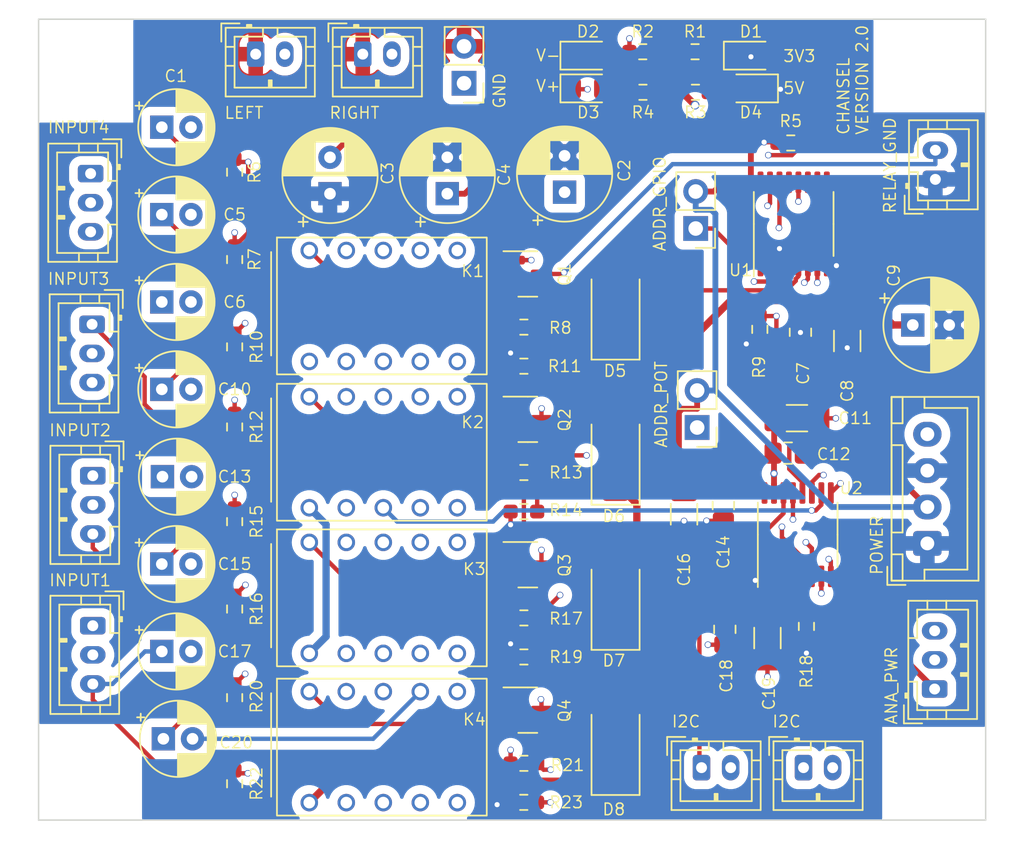
<source format=kicad_pcb>
(kicad_pcb (version 20221018) (generator pcbnew)
  (layers (0 "F.Cu" signal) (1 "In1.Cu" signal) (2 "In2.Cu" signal) (31 "B.Cu" signal) (34 "B.Paste" user) (35 "F.Paste" user) (36 "B.SilkS" user "B.Silkscreen") (37 "F.SilkS" user "F.Silkscreen") (38 "B.Mask" user) (39 "F.Mask" user) (44 "Edge.Cuts" user))
  (net 0 "")
  (net 1 "SCL")
  (net 2 "SDA")
  (net 3 "GND")
  (net 4 "AGND")
  (net 5 "Net-(J5-Pin_1)")
  (net 6 "Net-(J5-Pin_3)")
  (net 7 "Net-(J7-Pin_1)")
  (net 8 "Net-(J7-Pin_3)")
  (net 9 "RCA1_L")
  (net 10 "RCA1_R")
  (net 11 "RCA2_L")
  (net 12 "RCA2_R")
  (net 13 "RCA3_L")
  (net 14 "RCA4_L")
  (net 15 "RCA4_R")
  (net 16 "FR_AIN")
  (net 17 "FL_AIN")
  (net 18 "FR_AV")
  (net 19 "FL_AV")
  (net 20 "3V3")
  (net 21 "5V")
  (net 22 "Net-(D5-A)")
  (net 23 "Net-(Q1-B)")
  (net 24 "Net-(Q2-B)")
  (net 25 "Net-(Q3-B)")
  (net 26 "Net-(Q4-B)")
  (net 27 "RCA4")
  (net 28 "RCA3")
  (net 29 "RCA2")
  (net 30 "RCA1")
  (net 31 "Net-(D1-A)")
  (net 32 "Net-(D2-A)")
  (net 33 "Net-(D3-A)")
  (net 34 "Net-(D4-A)")
  (net 35 "Net-(D6-A)")
  (net 36 "Net-(J10-Pin_3)")
  (net 37 "Net-(J10-Pin_1)")
  (net 38 "Net-(J11-Pin_3)")
  (net 39 "Net-(J11-Pin_1)")
  (net 42 "RCA3_R")
  (net 45 "V-")
  (net 46 "V+")
  (net 47 "Net-(D7-A)")
  (net 48 "Net-(D8-A)")
  (net 49 "REL_GND")
  (net 50 "CE")
  (net 51 "A0")
  (net 52 "GND_OUT")
  (net 53 "A0_2")
  (footprint "Connector_PinHeader_2.54mm:PinHeader_1x02_P2.54mm_Vertical" (layer "F.Cu") (at 115.6364 65.565 180)
    (fp_text reference "J3" hide)
    (fp_text value "Conn_01x02_Male")
  )
  (footprint "Capacitor_THT:CP_Radial_D6.3mm_P2.50mm" (layer "F.Cu") (at 146.4364 82.165)
    (fp_text reference "C9")
    (fp_text value "470u")
  )
  (footprint "Resistor_SMD:R_0603_1608Metric_Pad0.98x0.95mm_HandSolder" (layer "F.Cu") (at 139.1364 102.865 -90)
    (fp_text reference "R18")
    (fp_text value "4.7K")
  )
  (footprint "Resistor_SMD:R_0603_1608Metric_Pad0.98x0.95mm_HandSolder" (layer "F.Cu") (at 99.8928 77.6708 -90)
    (fp_text reference "R7")
    (fp_text value "50k")
  )
  (footprint "Diode_SMD:D_SMA" (layer "F.Cu") (at 126.0364 90.9983 90)
    (fp_text reference "D6")
    (fp_text value "1N4001")
  )
  (footprint "Capacitor_SMD:C_1206_3216Metric_Pad1.33x1.80mm_HandSolder" (layer "F.Cu") (at 138.4864 88.565)
    (fp_text reference "C11")
    (fp_text value "47U")
  )
  (footprint "MountingHole:MountingHole_3.2mm_M3" (layer "F.Cu") (at 148.9364 113.665)
    (fp_text reference "H4" hide)
    (fp_text value "MountingHole")
  )
  (footprint "Diode_SMD:D_SMA" (layer "F.Cu") (at 126.0364 81.0317 90)
    (fp_text reference "D5")
    (fp_text value "1N4001")
  )
  (footprint "Capacitor_SMD:C_1206_3216Metric_Pad1.33x1.80mm_HandSolder" (layer "F.Cu") (at 136.4614 103.665 -90)
    (fp_text reference "C19")
    (fp_text value "47U")
  )
  (footprint "Resistor_SMD:R_0603_1608Metric_Pad0.98x0.95mm_HandSolder" (layer "F.Cu") (at 119.7439 84.9933)
    (fp_text reference "R11")
    (fp_text value "4.7K")
  )
  (footprint "LED_SMD:LED_0805_2012Metric_Pad1.15x1.40mm_HandSolder" (layer "F.Cu") (at 124.1114 63.665)
    (fp_text reference "D2")
    (fp_text value "BLUE")
  )
  (footprint "Resistor_SMD:R_0603_1608Metric_Pad0.98x0.95mm_HandSolder" (layer "F.Cu") (at 99.8928 101.6708 -90)
    (fp_text reference "R16")
    (fp_text value "50k")
  )
  (footprint "Diode_SMD:D_SMA" (layer "F.Cu") (at 126.0364 100.965 90)
    (fp_text reference "D7")
    (fp_text value "1N4001")
  )
  (footprint "Connector_JST:JST_PH_B3B-PH-K_1x03_P2.00mm_Vertical" (layer "F.Cu") (at 90.1064 82.1183 -90)
    (fp_text reference "J7" hide)
    (fp_text value "Conn_01x03_Pin")
  )
  (footprint "Resistor_SMD:R_0603_1608Metric_Pad0.98x0.95mm_HandSolder" (layer "F.Cu") (at 119.7364 114.9483)
    (fp_text reference "R23")
    (fp_text value "4.7K")
  )
  (footprint "Resistor_SMD:R_0603_1608Metric_Pad0.98x0.95mm_HandSolder" (layer "F.Cu") (at 138.0614 69.665 180)
    (fp_text reference "R5")
    (fp_text value "4.7K")
  )
  (footprint "Resistor_SMD:R_0603_1608Metric_Pad0.98x0.95mm_HandSolder" (layer "F.Cu") (at 119.7439 82.3117 180)
    (fp_text reference "R8")
    (fp_text value "1K")
  )
  (footprint "Components:KEMET EA2" (layer "F.Cu") (at 110.0964 100.905)
    (fp_text reference "K3")
    (fp_text value "EA2-5NU")
  )
  (footprint "Resistor_SMD:R_0603_1608Metric_Pad0.98x0.95mm_HandSolder" (layer "F.Cu") (at 99.8928 95.6708 -90)
    (fp_text reference "R15")
    (fp_text value "50k")
  )
  (footprint "Resistor_SMD:R_0603_1608Metric_Pad0.98x0.95mm_HandSolder" (layer "F.Cu") (at 119.7439 92.2967 180)
    (fp_text reference "R13")
    (fp_text value "1K")
  )
  (footprint "Resistor_SMD:R_0603_1608Metric_Pad0.98x0.95mm_HandSolder" (layer "F.Cu") (at 127.9022 63.4)
    (fp_text reference "R2")
    (fp_text value "1k")
  )
  (footprint "LED_SMD:LED_0805_2012Metric_Pad1.15x1.40mm_HandSolder" (layer "F.Cu") (at 135.3289 63.665)
    (fp_text reference "D1")
    (fp_text value "YELLOW")
  )
  (footprint "Resistor_SMD:R_0603_1608Metric_Pad0.98x0.95mm_HandSolder" (layer "F.Cu") (at 131.5197 66.1829)
    (fp_text reference "R3")
    (fp_text value "670R")
  )
  (footprint "Capacitor_THT:CP_Radial_D5.0mm_P2.00mm" (layer "F.Cu") (at 94.8928 86.5833)
    (fp_text reference "C10")
    (fp_text value "10u")
  )
  (footprint "Package_SO:TSSOP-16_4.4x5mm_P0.65mm" (layer "F.Cu") (at 138.2614 75.2275 90)
    (fp_text reference "U1")
    (fp_text value "TCA9554PW")
  )
  (footprint "MountingHole:MountingHole_3.2mm_M3" (layer "F.Cu") (at 88.9364 63.665)
    (fp_text reference "H1" hide)
    (fp_text value "MountingHole")
  )
  (footprint "Resistor_SMD:R_0603_1608Metric_Pad0.98x0.95mm_HandSolder" (layer "F.Cu") (at 119.7439 104.9633)
    (fp_text reference "R19")
    (fp_text value "4.7K")
  )
  (footprint "Resistor_SMD:R_0603_1608Metric_Pad0.98x0.95mm_HandSolder" (layer "F.Cu") (at 99.8928 83.6708 -90)
    (fp_text reference "R10")
    (fp_text value "50k")
  )
  (footprint "Connector_JST:JST_XH_B4B-XH-A_1x04_P2.50mm_Vertical" (layer "F.Cu") (at 147.4364 97.165 90)
    (fp_text reference "J9" hide)
    (fp_text value "Conn_01x04_Pin")
  )
  (footprint "Resistor_SMD:R_0603_1608Metric_Pad0.98x0.95mm_HandSolder" (layer "F.Cu") (at 99.8928 89.1708 -90)
    (fp_text reference "R12")
    (fp_text value "50k")
  )
  (footprint "Package_TO_SOT_SMD:SOT-23" (layer "F.Cu") (at 120.0139 88.645)
    (fp_text reference "Q2")
    (fp_text value "BC859")
  )
  (footprint "Connector_JST:JST_PH_B3B-PH-K_1x03_P2.00mm_Vertical" (layer "F.Cu") (at 90.1564 92.5183 -90)
    (fp_text reference "J10" hide)
    (fp_text value "Conn_01x03_Pin")
  )
  (footprint "Connector_JST:JST_PH_B2B-PH-K_1x02_P2.00mm_Vertical" (layer "F.Cu") (at 147.9864 72.165 90)
    (fp_text reference "J4" hide)
    (fp_text value "Conn_01x02_Pin")
  )
  (footprint "Capacitor_THT:CP_Radial_D5.0mm_P2.00mm" (layer "F.Cu") (at 94.8928 80.5833)
    (fp_text reference "C6")
    (fp_text value "10u")
  )
  (footprint "Connector_JST:JST_PH_B3B-PH-K_1x03_P2.00mm_Vertical" (layer "F.Cu") (at 90.1564 102.8183 -90)
    (fp_text reference "J11" hide)
    (fp_text value "Conn_01x03_Pin")
  )
  (footprint "LED_SMD:LED_0805_2012Metric_Pad1.15x1.40mm_HandSolder" (layer "F.Cu") (at 124.1114 65.9179)
    (fp_text reference "D3")
    (fp_text value "YELLOW")
  )
  (footprint "LED_SMD:LED_0805_2012Metric_Pad1.15x1.40mm_HandSolder" (layer "F.Cu") (at 135.3239 65.9179 180)
    (fp_text reference "D4")
    (fp_text value "BLUE")
  )
  (footprint "Capacitor_THT:CP_Radial_D5.0mm_P2.00mm" (layer "F.Cu") (at 94.8928 104.5833)
    (fp_text reference "C17")
    (fp_text value "10u")
  )
  (footprint "Capacitor_THT:CP_Radial_D6.3mm_P2.50mm" (layer "F.Cu") (at 122.5364 73.0474 90)
    (fp_text reference "C2")
    (fp_text value "470u")
  )
  (footprint "Resistor_SMD:R_0603_1608Metric_Pad0.98x0.95mm_HandSolder" (layer "F.Cu") (at 131.4931 63.4)
    (fp_text reference "R1")
    (fp_text value "430R")
  )
  (footprint "Capacitor_SMD:C_1206_3216Metric_Pad1.33x1.80mm_HandSolder" (layer "F.Cu") (at 130.7364 95.165 -90)
    (fp_text reference "C16")
    (fp_text value "10U")
  )
  (footprint "Connector_PinHeader_2.54mm:PinHeader_1x02_P2.54mm_Vertical" (layer "F.Cu") (at 131.6364 89.205 180)
    (fp_text reference "J8" hide)
    (fp_text value "Conn_01x02_Pin")
  )
  (footprint "Resistor_SMD:R_0603_1608Metric_Pad0.98x0.95mm_HandSolder" (layer "F.Cu") (at 99.8928 107.7583 -90)
    (fp_text reference "R20")
    (fp_text value "50k")
  )
  (footprint "Capacitor_THT:CP_Radial_D5.0mm_P2.00mm" (layer "F.Cu") (at 94.9377 92.5833)
    (fp_text reference "C13")
    (fp_text value "10u")
  )
  (footprint "Package_SO:TSSOP-16_4.4x5mm_P0.65mm" (layer "F.Cu") (at 138.5364 96.565 90)
    (fp_text reference "U2")
    (fp_text value "DS1882E")
  )
  (footprint "Package_TO_SOT_SMD:SOT-23" (layer "F.Cu") (at 120.0139 98.63)
    (fp_text reference "Q3")
    (fp_text value "BC859")
  )
  (footprint "Capacitor_SMD:C_0805_2012Metric_Pad1.18x1.45mm_HandSolder" (layer "F.Cu") (at 137.8864 90.965)
    (fp_text reference "C12")
    (fp_text value "0.1U")
  )
  (footprint "Components:KEMET EA2" (layer "F.Cu") (at 110.0964 111.155)
    (fp_text reference "K4")
    (fp_text value "EA2-5NU")
  )
  (footprint "Package_TO_SOT_SMD:SOT-23" (layer "F.Cu") (at 120.0139 108.615)
    (fp_text reference "Q4")
    (fp_text value "BC859")
  )
  (footprint "Capacitor_THT:CP_Radial_D5.0mm_P2.00mm" (layer "F.Cu") (at 95.0013 110.5833)
    (fp_text reference "C20")
    (fp_text value "10u")
  )
  (footprint "Capacitor_THT:CP_Radial_D5.0mm_P2.00mm" (layer "F.Cu") (at 94.8928 68.5833)
    (fp_text reference "C1")
    (fp_text value "10u")
  )
  (footprint "Resistor_SMD:R_0603_1608Metric_Pad0.98x0.95mm_HandSolder" (layer "F.Cu") (at 99.8928 113.6708 -90)
    (fp_text reference "R22")
    (fp_text value "50k")
  )
  (footprint "Capacitor_SMD:C_1206_3216Metric_Pad1.33x1.80mm_HandSolder" (layer "F.Cu") (at 141.9364 83.265 -90)
    (fp_text reference "C8")
    (fp_text value "10U")
  )
  (footprint "Capacitor_SMD:C_0805_2012Metric_Pad1.18x1.45mm_HandSolder" (layer "F.Cu") (at 133.5364 103.065 -90)
    (fp_text reference "C18")
    (fp_text value "0.1U")
  )
  (footprint "Resistor_SMD:R_0603_1608Metric_Pad0.98x0.95mm_HandSolder" (layer "F.Cu") (at 119.7439 94.9783)
    (fp_text reference "R14")
    (fp_text value "4.7K")
  )
  (footprint "Components:KEMET EA2" (layer "F.Cu") (at 110.0964 90.905)
    (fp_text reference "K2")
    (fp_text value "EA2-5NU")
  )
  (footprint "Capacitor_SMD:C_0805_2012Metric_Pad1.18x1.45mm_HandSolder" (layer "F.Cu") (at 133.4364 94.565 -90)
    (fp_text reference "C14")
    (fp_text value "0.1U")
  )
  (footprint "Connector_PinHeader_2.54mm:PinHeader_1x02_P2.54mm_Vertical" (layer "F.Cu") (at 131.5364 75.54 180)
    (fp_text reference "J6" hide)
    (fp_text value "Conn_01x02_Pin")
  )
  (footprint "Connector_JST:JST_PH_B2B-PH-K_1x02_P2.00mm_Vertical" (layer "F.Cu") (at 138.9364 112.565)
    (fp_text reference "J14" hide)
    (fp_text value "Conn_01x02_Male")
  )
  (footprint "Connector_JST:JST_PH_B2B-PH-K_1x02_P2.00mm_Vertical" (layer "F.Cu") (at 108.6864 63.565)
    (fp_text reference "J2" hide)
    (fp_text value "Conn_01x02_Pin")
  )
  (footprint "MountingHole:MountingHole_3.2mm_M3" (layer "F.Cu") (at 88.9364 113.665)
    (fp_text reference "H3" hide)
    (fp_text value "MountingHole")
  )
  (footprint "Resistor_SMD:R_0603_1608Metric_Pad0.98x0.95mm_HandSolder" (layer "F.Cu") (at 127.9156 66.1829)
    (fp_text reference "R4")
    (fp_text value "1.25k")
  )
  (footprint "MountingHole:MountingHole_3.2mm_M3" (layer "F.Cu") (at 148.9364 63.665)
    (fp_text reference "H2" hide)
    (fp_text value "MountingHole")
  )
  (footprint "Connector_JST:JST_PH_B2B-PH-K_1x02_P2.00mm_Vertical" (layer "F.Cu") (at 101.3364 63.565)
    (fp_text reference "J1" hide)
    (fp_text value "Conn_01x02_Pin")
  )
  (footprint "Resistor_SMD:R_0603_1608Metric_Pad0.98x0.95mm_HandSolder" (layer "F.Cu") (at 135.9364 82.465 90)
    (fp_text reference "R9")
    (fp_text value "4.7K")
  )
  (footprint "Connector_JST:JST_PH_B2B-PH-K_1x02_P2.00mm_Vertical" (layer "F.Cu") (at 131.9364 112.565)
    (fp_text reference "J13" hide)
    (fp_text value "Conn_01x02_Male")
  )
  (footprint "Capacitor_SMD:C_0805_2012Metric_Pad1.18x1.45mm_HandSolder" (layer "F.Cu") (at 138.7264 82.665 -90)
    (fp_text reference "C7")
    (fp_text value "0.1U")
  )
  (footprint "Components:KEMET EA2" (layer "F.Cu") (at 110.0964 80.8583)
    (fp_text reference "K1")
    (fp_text value "EA2-5NU")
  )
  (footprint "Capacitor_THT:CP_Radial_D6.3mm_P2.50mm" (layer "F.Cu") (at 106.4364 73.1507 90)
    (fp_text reference "C3")
    (fp_text value "470u")
  )
  (footprint "Capacitor_THT:CP_Radial_D6.3mm_P2.50mm" (layer "F.Cu") (at 114.4864 73.1507 90)
    (fp_text reference "C4")
    (fp_text value "470u")
  )
  (footprint "Resistor_SMD:R_0603_1608Metric_Pad0.98x0.95mm_HandSolder" (layer "F.Cu") (at 99.8928 71.6708 -90)
    (fp_text reference "R6")
    (fp_text value "50k")
  )
  (footprint "Package_TO_SOT_SMD:SOT-23" (layer "F.Cu") (at 120.0139 78.66)
    (fp_text reference "Q1")
    (fp_text value "BC859")
  )
  (footprint "Resistor_SMD:R_0603_1608Metric_Pad0.98x0.95mm_HandSolder" (layer "F.Cu") (at 119.7439 102.2816 180)
    (fp_text reference "R17")
    (fp_text value "1K")
  )
  (footprint "Connector_JST:JST_PH_B3B-PH-K_1x03_P2.00mm_Vertical" (layer "F.Cu") (at 147.9364 107.165 90)
    (fp_text reference "J12" hide)
    (fp_text value "Conn_01x03_Male")
  )
  (footprint "Capacitor_THT:CP_Radial_D5.0mm_P2.00mm" (layer "F.Cu") (at 94.8928 98.5833)
    (fp_text reference "C15")
    (fp_text value "10u")
  )
  (footprint "Capacitor_THT:CP_Radial_D5.0mm_P2.00mm" (layer "F.Cu") (at 94.8928 74.5833)
    (fp_text reference "C5")
    (fp_text value "10u")
  )
  (footprint "Diode_SMD:D_SMA" (layer "F.Cu") (at 126.0364 110.9317 90)
    (fp_text reference "D8")
    (fp_text value "1N4001")
  )
  (footprint "Resistor_SMD:R_0603_1608Metric_Pad0.98x0.95mm_HandSolder" (layer "F.Cu") (at 119.7439 112.2666 180)
    (fp_text reference "R21")
    (fp_text value "1K")
  )
  (footprint "Connector_JST:JST_PH_B3B-PH-K_1x03_P2.00mm_Vertical" (layer "F.Cu") (at 90.0064 71.7683 -90)
    (fp_text reference "J5" hide)
    (fp_text value "Conn_01x03_Pin")
  )
  (gr_line (start 86.4364 61.165) (end 151.4364 61.165) (stroke (width 0.1)) (layer "Edge.Cuts"))
  (gr_line (start 86.4364 61.165) (end 86.4364 116.165) (stroke (width 0.1)) (layer "Edge.Cuts"))
  (gr_line (start 151.4364 116.165) (end 86.4364 116.165) (stroke (width 0.1)) (layer "Edge.Cuts"))
  (gr_line (start 151.4364 61.165) (end 151.4364 116.165) (stroke (width 0.1)) (layer "Edge.Cuts"))
  (gr_text "POWER" (at 144.4364 99.39 90) (layer "F.SilkS") (effects (font (size 0.8 0.8) (thickness 0.1)) (justify left bottom)))
  (gr_text "V+" (at 120.5114 66.2179) (layer "F.SilkS") (effects (font (size 0.8 0.8) (thickness 0.1)) (justify left bottom)))
  (gr_text "RELAY_GND" (at 145.3364 74.565 90) (layer "F.SilkS") (effects (font (size 0.8 0.8) (thickness 0.1)) (justify left bottom)))
  (gr_text "RIGHT" (at 106.3364 68.065) (layer "F.SilkS") (effects (font (size 0.8 0.8) (thickness 0.1)) (justify left bottom)))
  (gr_text "I2C" (at 129.8364 109.865) (layer "F.SilkS") (effects (font (size 0.8 0.8) (thickness 0.1)) (justify left bottom)))
  (gr_text "ADDR_GPIO" (at 129.5364 77.165 90) (layer "F.SilkS") (effects (font (size 0.8 0.8) (thickness 0.1)) (justify left bottom)))
  (gr_text "ANA_PWR" (at 145.4364 109.665 90) (layer "F.SilkS") (effects (font (size 0.8 0.8) (thickness 0.1)) (justify left bottom)))
  (gr_text "INPUT4" (at 87.0064 69.0683) (layer "F.SilkS") (effects (font (size 0.8 0.8) (thickness 0.1)) (justify left bottom)))
  (gr_text "V-" (at 120.5114 64.1179) (layer "F.SilkS") (effects (font (size 0.8 0.8) (thickness 0.1)) (justify left bottom)))
  (gr_text "INPUT3" (at 87.0064 79.4683) (layer "F.SilkS") (effects (font (size 0.8 0.8) (thickness 0.1)) (justify left bottom)))
  (gr_text "GND" (at 118.5364 67.365 90) (layer "F.SilkS") (effects (font (size 0.8 0.8) (thickness 0.1)) (justify left bottom)))
  (gr_text "3V3" (at 137.4864 64.1679) (layer "F.SilkS") (effects (font (size 0.8 0.8) (thickness 0.1)) (justify left bottom)))
  (gr_text "INPUT2" (at 87.1064 89.8683) (layer "F.SilkS") (effects (font (size 0.8 0.8) (thickness 0.1)) (justify left bottom)))
  (gr_text "LEFT" (at 99.1364 68.065) (layer "F.SilkS") (effects (font (size 0.8 0.8) (thickness 0.1)) (justify left bottom)))
  (gr_text "5V\n" (at 137.4864 66.3679) (layer "F.SilkS") (effects (font (size 0.8 0.8) (thickness 0.1)) (justify left bottom)))
  (gr_text "INPUT1" (at 87.1064 100.1683) (layer "F.SilkS") (effects (font (size 0.8 0.8) (thickness 0.1)) (justify left bottom)))
  (gr_text "ADDR_POT" (at 129.6364 90.655 90) (layer "F.SilkS") (effects (font (size 0.8 0.8) (thickness 0.1)) (justify left bottom)))
  (gr_text "CHANSEL\nVERSION 2.0" (at 143.4364 69.165 90) (layer "F.SilkS") (effects (font (size 0.8 0.8) (thickness 0.1)) (justify left bottom)))
  (gr_text "I2C" (at 136.7364 109.865) (layer "F.SilkS") (effects (font (size 0.8 0.8) (thickness 0.1)) (justify left bottom)))
  (segment (start 137.5614 93.7025) (end 137.5614 95.102) (width 0.3) (layer "F.Cu") (net 1))
  (segment (start 137.5614 95.102) (end 131.7912 100.8722) (width 0.3) (layer "F.Cu") (net 1))
  (segment (start 131.7912 100.8722) (end 131.7912 112.4198) (width 0.3) (layer "F.Cu") (net 1))
  (segment (start 137.2864 72.365) (end 137.2864 75.4564) (width 0.3) (layer "F.Cu") (net 1))
  (segment (start 137.2864 75.4564) (end 137.25 75.4928) (width 0.3) (layer "F.Cu") (net 1))
  (via (at 137.25 75.4928) (size 0.45) (drill 0.35) (layers "F.Cu" "B.Cu") (net 1))
  (segment (start 136.4688 73.9794) (end 136.6364 73.8118) (width 0.3) (layer "F.Cu") (net 2))
  (segment (start 136.6364 73.8118) (end 136.6364 72.365) (width 0.3) (layer "F.Cu") (net 2))
  (segment (start 138.2114 93.7025) (end 138.2114 95.5156) (width 0.3) (layer "F.Cu") (net 2))
  (segment (start 138.2114 95.5156) (end 138.2103 95.5167) (width 0.3) (layer "F.Cu") (net 2))
  (via (at 138.2103 95.5167) (size 0.45) (drill 0.35) (layers "F.Cu" "B.Cu") (net 2))
  (via (at 136.4688 73.9794) (size 0.45) (drill 0.35) (layers "F.Cu" "B.Cu") (net 2))
  (segment (start 138.7264 83.7025) (end 138.7264 82.6805) (width 0.3) (layer "F.Cu") (net 3))
  (segment (start 136.2614 99.4275) (end 136.9114 99.4275) (width 0.3) (layer "F.Cu") (net 3))
  (segment (start 132.2821 95.6132) (end 133.4257 95.6132) (width 0.3) (layer "F.Cu") (net 3))
  (segment (start 136.9114 99.4275) (end 137.5614 99.4275) (width 0.3) (layer "F.Cu") (net 3))
  (segment (start 135.0087 83.4668) (end 135.8471 83.4668) (width 0.3) (layer "F.Cu") (net 3))
  (segment (start 137.3555 65.9763) (end 136.4073 65.9763) (width 0.3) (layer "F.Cu") (net 3))
  (segment (start 118.8314 104.0601) (end 118.8314 104.9633) (width 0.3) (layer "F.Cu") (net 3))
  (segment (start 135.9839 99.705) (end 136.2614 99.4275) (width 0.3) (layer "F.Cu") (net 3))
  (segment (start 118.8314 94.9783) (end 118.8314 95.8837) (width 0.3) (layer "F.Cu") (net 3))
  (segment (start 118.8314 84.0901) (end 118.8314 84.9933) (width 0.3) (layer "F.Cu") (net 3))
  (segment (start 139.1364 103.7775) (end 139.1364 104.6975) (width 0.3) (layer "F.Cu") (net 3))
  (segment (start 137.2864 78.09) (end 137.2864 76.92) (width 0.3) (layer "F.Cu") (net 3))
  (segment (start 136.6364 78.09) (end 137.2864 78.09) (width 0.3) (layer "F.Cu") (net 3))
  (segment (start 135.6259 99.705) (end 135.9839 99.705) (width 0.3) (layer "F.Cu") (net 3))
  (segment (start 141.9364 84.8275) (end 141.9364 83.7319) (width 0.3) (layer "F.Cu") (net 3))
  (segment (start 130.7364 96.7275) (end 130.7364 95.6278) (width 0.3) (layer "F.Cu") (net 3))
  (segment (start 117.9058 115.106) (end 118.6662 115.106) (width 0.3) (layer "F.Cu") (net 3))
  (segment (start 140.5364 78.09) (end 141.1953 78.09) (width 0.3) (layer "F.Cu") (net 3))
  (segment (start 134.3859 63.747) (end 135.3278 63.747) (width 0.3) (layer "F.Cu") (net 3))
  (segment (start 136.2298 69.6128) (end 137.0967 69.6128) (width 0.3) (layer "F.Cu") (net 3))
  (via (at 137.3555 65.9763) (size 0.45) (drill 0.35) (layers "F.Cu" "B.Cu") (net 3))
  (via (at 132.2821 95.6132) (size 0.45) (drill 0.35) (layers "F.Cu" "B.Cu") (net 3))
  (via (at 136.2298 69.6128) (size 0.45) (drill 0.35) (layers "F.Cu" "B.Cu") (net 3))
  (via (at 141.1953 78.09) (size 0.45) (drill 0.35) (layers "F.Cu" "B.Cu") (net 3))
  (via (at 118.8314 84.0901) (size 0.45) (drill 0.35) (layers "F.Cu" "B.Cu") (net 3))
  (via (at 137.2864 76.92) (size 0.45) (drill 0.35) (layers "F.Cu" "B.Cu") (net 3))
  (via (at 135.3278 63.747) (size 0.45) (drill 0.35) (layers "F.Cu" "B.Cu") (net 3))
  (via (at 141.9364 83.7319) (size 0.45) (drill 0.35) (layers "F.Cu" "B.Cu") (net 3))
  (via (at 135.0087 83.4668) (size 0.45) (drill 0.35) (layers "F.Cu" "B.Cu") (net 3))
  (via (at 139.1364 104.6975) (size 0.45) (drill 0.35) (layers "F.Cu" "B.Cu") (net 3))
  (via (at 130.7364 95.6278) (size 0.45) (drill 0.35) (layers "F.Cu" "B.Cu") (net 3))
  (via (at 118.8314 95.8837) (size 0.45) (drill 0.35) (layers "F.Cu" "B.Cu") (net 3))
  (via (at 135.6259 99.705) (size 0.45) (drill 0.35) (layers "F.Cu" "B.Cu") (net 3))
  (via (at 138.7264 82.6805) (size 0.45) (drill 0.35) (layers "F.Cu" "B.Cu") (net 3))
  (via (at 118.8314 104.0601) (size 0.45) (drill 0.35) (layers "F.Cu" "B.Cu") (net 3))
  (via (at 117.9058 115.106) (size 0.45) (drill 0.35) (layers "F.Cu" "B.Cu") (net 3))
  (segment (start 126.9897 63.4) (end 126.9897 62.494) (width 0.3) (layer "F.Cu") (net 4))
  (segment (start 100.7963 112.953) (end 100.0875 112.953) (width 0.3) (layer "F.Cu") (net 4))
  (segment (start 100.6332 100.0179) (end 99.8928 100.7583) (width 0.3) (layer "F.Cu") (net 4))
  (segment (start 99.8928 76.7583) (end 99.8928 75.8202) (width 0.3) (layer "F.Cu") (net 4))
  (segment (start 100.6101 82.041) (end 99.8928 82.7583) (width 0.3) (layer "F.Cu") (net 4))
  (segment (start 99.8928 88.2583) (end 99.8928 87.3147) (width 0.3) (layer "F.Cu") (net 4))
  (segment (start 136.4614 106.323) (end 136.4614 105.2275) (width 0.3) (layer "F.Cu") (net 4))
  (segment (start 100.8224 70.9688) (end 100.1033 70.9688) (width 0.3) (layer "F.Cu") (net 4))
  (segment (start 99.8928 106.8458) (end 100.6125 106.1261) (width 0.3) (layer "F.Cu") (net 4))
  (segment (start 140.0489 88.565) (end 140.0489 89.84) (width 0.3) (layer "F.Cu") (net 4))
  (segment (start 132.3761 104.121) (end 133.5179 104.121) (width 0.3) (layer "F.Cu") (net 4))
  (segment (start 140.0489 89.84) (end 138.9239 90.965) (width 0.3) (layer "F.Cu") (net 4))
  (segment (start 99.8928 76.7583) (end 100.8224 75.8287) (width 0.3) (layer "F.Cu") (net 4))
  (segment (start 140.1614 99.4275) (end 140.1614 100.5947) (width 0.3) (layer "F.Cu") (net 4))
  (segment (start 124.11 65.9763) (end 123.1448 65.9763) (width 0.3) (layer "F.Cu") (net 4))
  (segment (start 99.8928 94.7583) (end 99.8928 93.8411) (width 0.3) (layer "F.Cu") (net 4))
  (segment (start 141.1483 88.5733) (end 140.0572 88.5733) (width 0.3) (layer "F.Cu") (net 4))
  (segment (start 141.4701 93.0438) (end 140.8114 93.7025) (width 0.3) (layer "F.Cu") (net 4))
  (segment (start 100.8224 75.8287) (end 100.8224 70.9688) (width 0.3) (layer "F.Cu") (net 4))
  (via (at 141.1483 88.5733) (size 0.45) (drill 0.35) (layers "F.Cu" "B.Cu") (net 4))
  (via (at 126.9897 62.494) (size 0.45) (drill 0.35) (layers "F.Cu" "B.Cu") (net 4))
  (via (at 100.6332 100.0179) (size 0.45) (drill 0.35) (layers "F.Cu" "B.Cu") (net 4))
  (via (at 124.11 65.9763) (size 0.45) (drill 0.35) (layers "F.Cu" "B.Cu") (net 4))
  (via (at 99.8928 87.3147) (size 0.45) (drill 0.35) (layers "F.Cu" "B.Cu") (net 4))
  (via (at 99.8928 93.8411) (size 0.45) (drill 0.35) (layers "F.Cu" "B.Cu") (net 4))
  (via (at 99.8928 75.8202) (size 0.45) (drill 0.35) (layers "F.Cu" "B.Cu") (net 4))
  (via (at 100.6101 82.041) (size 0.45) (drill 0.35) (layers "F.Cu" "B.Cu") (net 4))
  (via (at 141.4701 93.0438) (size 0.45) (drill 0.35) (layers "F.Cu" "B.Cu") (net 4))
  (via (at 132.3761 104.121) (size 0.45) (drill 0.35) (layers "F.Cu" "B.Cu") (net 4))
  (via (at 100.8224 70.9688) (size 0.45) (drill 0.35) (layers "F.Cu" "B.Cu") (net 4))
  (via (at 136.4614 106.323) (size 0.45) (drill 0.35) (layers "F.Cu" "B.Cu") (net 4))
  (via (at 140.1614 100.5947) (size 0.45) (drill 0.35) (layers "F.Cu" "B.Cu") (net 4))
  (via (at 100.7963 112.953) (size 0.45) (drill 0.35) (layers "F.Cu" "B.Cu") (net 4))
  (via (at 100.6125 106.1261) (size 0.45) (drill 0.35) (layers "F.Cu" "B.Cu") (net 4))
  (segment (start 94.8928 68.5833) (end 98.8928 72.5833) (width 0.3) (layer "F.Cu") (net 5))
  (segment (start 98.8928 72.5833) (end 99.8928 72.5833) (width 0.3) (layer "F.Cu") (net 5))
  (segment (start 98.8928 78.5833) (end 99.8928 78.5833) (width 0.3) (layer "F.Cu") (net 6))
  (segment (start 94.8928 74.5833) (end 98.8928 78.5833) (width 0.3) (layer "F.Cu") (net 6))
  (segment (start 93.7151 85.727) (end 93.7151 87.6083) (width 0.3) (layer "F.Cu") (net 7))
  (segment (start 93.7151 87.6083) (end 96.1901 90.0833) (width 0.3) (layer "F.Cu") (net 7))
  (segment (start 96.1901 90.0833) (end 99.8928 90.0833) (width 0.3) (layer "F.Cu") (net 7))
  (segment (start 90.1064 82.1183) (end 93.7151 85.727) (width 0.3) (layer "F.Cu") (net 7))
  (segment (start 96.8928 84.5833) (end 99.8928 84.5833) (width 0.3) (layer "F.Cu") (net 8))
  (segment (start 94.8928 86.5833) (end 96.8928 84.5833) (width 0.3) (layer "F.Cu") (net 8))
  (segment (start 109.3981 110.5833) (end 112.6364 107.345) (width 0.3) (layer "B.Cu") (net 9))
  (segment (start 97.0013 110.5833) (end 109.3981 110.5833) (width 0.3) (layer "B.Cu") (net 9))
  (segment (start 140.1614 94.5124) (end 139.7718 94.902) (width 0.3) (layer "F.Cu") (net 16))
  (segment (start 140.1614 93.7025) (end 140.1614 94.5124) (width 0.3) (layer "F.Cu") (net 16))
  (segment (start 139.7718 94.902) (end 139.4951 94.902) (width 0.3) (layer "F.Cu") (net 16))
  (via (at 139.4951 94.902) (size 0.45) (drill 0.35) (layers "F.Cu" "B.Cu") (net 16))
  (segment (start 117.6309 95.6669) (end 118.3958 94.902) (width 0.3) (layer "B.Cu") (net 16))
  (segment (start 111.0483 95.6669) (end 117.6309 95.6669) (width 0.3) (layer "B.Cu") (net 16))
  (segment (start 118.3958 94.902) (end 139.4951 94.902) (width 0.3) (layer "B.Cu") (net 16))
  (segment (start 110.0964 94.715) (end 111.0483 95.6669) (width 0.3) (layer "B.Cu") (net 16))
  (segment (start 140.8114 98.3915) (end 140.6683 98.2484) (width 0.3) (layer "F.Cu") (net 17))
  (segment (start 140.8114 99.4275) (end 140.8114 98.3915) (width 0.3) (layer "F.Cu") (net 17))
  (via (at 140.6683 98.2484) (size 0.45) (drill 0.35) (layers "F.Cu" "B.Cu") (net 17))
  (segment (start 139.5114 92.9579) (end 139.9985 92.4708) (width 0.3) (layer "F.Cu") (net 18))
  (segment (start 139.5114 93.7025) (end 139.5114 92.9579) (width 0.3) (layer "F.Cu") (net 18))
  (segment (start 139.9985 92.4708) (end 140.3035 92.4708) (width 0.3) (layer "F.Cu") (net 18))
  (via (at 140.3035 92.4708) (size 0.45) (drill 0.35) (layers "F.Cu" "B.Cu") (net 18))
  (segment (start 139.5114 99.4275) (end 139.5114 97.5051) (width 0.3) (layer "F.Cu") (net 19))
  (segment (start 139.5114 97.5051) (end 139.0978 97.0915) (width 0.3) (layer "F.Cu") (net 19))
  (via (at 139.0978 97.0915) (size 0.45) (drill 0.35) (layers "F.Cu" "B.Cu") (net 19))
  (segment (start 136.0864 93.5275) (end 136.2614 93.7025) (width 0.4) (layer "F.Cu") (net 20))
  (segment (start 131.6364 87.9169) (end 130.6192 87.9169) (width 0.4) (layer "F.Cu") (net 20))
  (segment (start 134.8857 64.8047) (end 131.9853 64.8047) (width 0.4) (layer "F.Cu") (net 20))
  (segment (start 131.9853 64.8047) (end 130.5806 63.4) (width 0.4) (layer "F.Cu") (net 20))
  (segment (start 130.3845 88.1516) (end 130.3845 93.1006) (width 0.4) (layer "F.Cu") (net 20))
  (segment (start 135.3239 72.365) (end 133.4233 72.365) (width 0.4) (layer "F.Cu") (net 20))
  (segment (start 131.6364 86.665) (end 131.6364 87.9169) (width 0.4) (layer "F.Cu") (net 20))
  (segment (start 133.4364 93.5275) (end 136.0864 93.5275) (width 0.4) (layer "F.Cu") (net 20))
  (segment (start 135.9864 72.365) (end 135.3239 72.365) (width 0.4) (layer "F.Cu") (net 20))
  (segment (start 141.9364 81.7025) (end 144.3811 84.1472) (width 0.4) (layer "F.Cu") (net 20))
  (segment (start 135.3239 65.2429) (end 134.8857 64.8047) (width 0.4) (layer "F.Cu") (net 20))
  (segment (start 135.3239 72.365) (end 135.3239 65.2429) (width 0.4) (layer "F.Cu") (net 20))
  (segment (start 144.3811 91.6097) (end 147.4364 94.665) (width 0.4) (layer "F.Cu") (net 20))
  (segment (start 144.3811 84.1472) (end 144.3811 91.6097) (width 0.4) (layer "F.Cu") (net 20))
  (segment (start 138.8014 81.7025) (end 141.9364 81.7025) (width 0.4) (layer "F.Cu") (net 20))
  (segment (start 130.6192 87.9169) (end 130.3845 88.1516) (width 0.4) (layer "F.Cu") (net 20))
  (segment (start 131.5364 73) (end 132.7883 73) (width 0.4) (layer "F.Cu") (net 20))
  (segment (start 133.4364 93.5275) (end 130.8114 93.5275) (width 0.4) (layer "F.Cu") (net 20))
  (segment (start 133.4233 72.365) (end 132.7883 73) (width 0.4) (layer "F.Cu") (net 20))
  (segment (start 130.3845 93.1006) (end 130.8114 93.5275) (width 0.4) (layer "F.Cu") (net 20))
  (segment (start 147.4364 94.665) (end 140.8883 94.665) (width 0.4) (layer "B.Cu") (net 20))
  (segment (start 132.8883 74.5352) (end 132.605 74.2519) (width 0.4) (layer "B.Cu") (net 20))
  (segment (start 131.6364 86.665) (end 132.8883 86.665) (width 0.4) (layer "B.Cu") (net 20))
  (segment (start 140.8883 94.665) (end 132.8883 86.665) (width 0.4) (layer "B.Cu") (net 20))
  (segment (start 132.8883 86.665) (end 132.8883 74.5352) (width 0.4) (layer "B.Cu") (net 20))
  (segment (start 131.5364 73) (end 131.5364 74.2519) (width 0.4) (layer "B.Cu") (net 20))
  (segment (start 132.605 74.2519) (end 131.5364 74.2519) (width 0.4) (layer "B.Cu") (net 20))
  (segment (start 146.4364 82.165) (end 145.0845 82.165) (width 0.5) (layer "F.Cu") (net 21))
  (segment (start 127.5008 111.4673) (end 126.0364 112.9317) (width 0.5) (layer "F.Cu") (net 21))
  (segment (start 129.9373 84.4846) (end 133.9348 80.4871) (width 0.5) (layer "F.Cu") (net 21))
  (segment (start 127.4893 84.4846) (end 129.9373 84.4846) (width 0.5) (layer "F.Cu") (net 21))
  (segment (start 125.4717 113.4964) (end 106.485 113.4964) (width 0.5) (layer "F.Cu") (net 21))
  (segment (start 143.4066 80.4871) (end 145.0845 82.165) (width 0.5) (layer "F.Cu") (net 21))
  (segment (start 127.4967 94.4586) (end 126.0364 92.9983) (width 0.5) (layer "F.Cu") (net 21))
  (segment (start 126.0364 102.965) (end 127.4967 101.5047) (width 0.5) (layer "F.Cu") (net 21))
  (segment (start 127.4967 101.5047) (end 127.4967 94.4586) (width 0.5) (layer "F.Cu") (net 21))
  (segment (start 127.4893 84.4846) (end 127.4893 91.5454) (width 0.5) (layer "F.Cu") (net 21))
  (segment (start 126.0364 102.965) (end 127.5008 104.4294) (width 0.5) (layer "F.Cu") (net 21))
  (segment (start 130.6072 66.1829) (end 131.4918 67.0675) (width 0.5) (layer "F.Cu") (net 21))
  (segment (start 106.485 113.4964) (end 105.0164 114.965) (width 0.5) (layer "F.Cu") (net 21))
  (segment (start 127.4893 91.5454) (end 126.0364 92.9983) (width 0.5) (layer "F.Cu") (net 21))
  (segment (start 127.5008 104.4294) (end 127.5008 111.4673) (width 0.5) (layer "F.Cu") (net 21))
  (segment (start 133.9348 80.4871) (end 143.4066 80.4871) (width 0.5) (layer "F.Cu") (net 21))
  (segment (start 126.0364 83.0317) (end 127.4893 84.4846) (width 0.5) (layer "F.Cu") (net 21))
  (via (at 131.4918 67.0675) (size 0.6) (drill 0.45) (layers "F.Cu" "B.Cu") (net 21))
  (segment (start 106.1691 103.5623) (end 106.1691 95.8677) (width 0.5) (layer "B.Cu") (net 21))
  (segment (start 105.0164 104.715) (end 106.1691 103.5623) (width 0.5) (layer "B.Cu") (net 21))
  (segment (start 106.1691 95.8677) (end 105.0164 94.715) (width 0.5) (layer "B.Cu") (net 21))
  (segment (start 107.5781 79.61) (end 119.0764 79.61) (width 0.3) (layer "F.Cu") (net 22))
  (segment (start 119.0764 79.61) (end 125.4581 79.61) (width 0.3) (layer "F.Cu") (net 22))
  (segment (start 105.0164 77.0483) (end 107.5781 79.61) (width 0.3) (layer "F.Cu") (net 22))
  (segment (start 118.8314 111.3501) (end 118.8314 112.2666) (width 0.3) (layer "F.Cu") (net 23))
  (segment (start 119.0764 77.71) (end 120.2499 77.71) (width 0.3) (layer "F.Cu") (net 23))
  (via (at 120.2499 77.71) (size 0.45) (drill 0.35) (layers "F.Cu" "B.Cu") (net 23))
  (via (at 118.8314 111.3501) (size 0.45) (drill 0.35) (layers "F.Cu" "B.Cu") (net 23))
  (segment (start 119.0764 87.695) (end 119.7439 87.0275) (width 0.3) (layer "F.Cu") (net 24))
  (segment (start 119.7439 83.2242) (end 118.8314 82.3117) (width 0.3) (layer "F.Cu") (net 24))
  (segment (start 119.7439 87.0275) (end 119.7439 83.2242) (width 0.3) (layer "F.Cu") (net 24))
  (segment (start 119.7439 93.2092) (end 118.8314 92.2967) (width 0.3) (layer "F.Cu") (net 25))
  (segment (start 119.0764 97.68) (end 119.7439 97.0125) (width 0.3) (layer "F.Cu") (net 25))
  (segment (start 119.7439 97.0125) (end 119.7439 93.2092) (width 0.3) (layer "F.Cu") (net 25))
  (segment (start 119.7439 103.1941) (end 118.8314 102.2816) (width 0.3) (layer "F.Cu") (net 26))
  (segment (start 119.7439 106.9975) (end 119.7439 103.1941) (width 0.3) (layer "F.Cu") (net 26))
  (segment (start 119.0764 107.665) (end 119.7439 106.9975) (width 0.3) (layer "F.Cu") (net 26))
  (segment (start 137.8987 78.1277) (end 137.8987 78.8665) (width 0.3) (layer "F.Cu") (net 27))
  (segment (start 137.8987 78.8665) (end 137.5835 79.1817) (width 0.3) (layer "F.Cu") (net 27))
  (segment (start 120.6489 114.9483) (end 121.5643 114.9483) (width 0.3) (layer "F.Cu") (net 27))
  (segment (start 137.5835 79.1817) (end 135.541 79.1817) (width 0.3) (layer "F.Cu") (net 27))
  (segment (start 121.5791 112.7059) (end 121.0957 112.7059) (width 0.3) (layer "F.Cu") (net 27))
  (segment (start 121.0957 112.7059) (end 120.6564 112.2666) (width 0.3) (layer "F.Cu") (net 27))
  (via (at 121.5643 114.9483) (size 0.45) (drill 0.35) (layers "F.Cu" "B.Cu") (net 27))
  (via (at 121.5791 112.7059) (size 0.45) (drill 0.35) (layers "F.Cu" "B.Cu") (net 27))
  (via (at 135.541 79.1817) (size 0.45) (drill 0.35) (layers "F.Cu" "B.Cu") (net 27))
  (segment (start 138.5864 78.8172) (end 138.5864 78.09) (width 0.3) (layer "F.Cu") (net 28))
  (segment (start 122.0072 80.9609) (end 130.8011 80.9609) (width 0.3) (layer "F.Cu") (net 28))
  (segment (start 120.6564 82.3117) (end 122.0072 80.9609) (width 0.3) (layer "F.Cu") (net 28))
  (segment (start 130.8011 80.9609) (end 131.9775 79.7845) (width 0.3) (layer "F.Cu") (net 28))
  (segment (start 137.7491 79.7845) (end 138.4006 79.133) (width 0.3) (layer "F.Cu") (net 28))
  (segment (start 138.4006 79.003) (end 138.5864 78.8172) (width 0.3) (layer "F.Cu") (net 28))
  (segment (start 131.9775 79.7845) (end 137.7491 79.7845) (width 0.3) (layer "F.Cu") (net 28))
  (segment (start 120.6564 82.3117) (end 120.6564 84.9933) (width 0.3) (layer "F.Cu") (net 28))
  (segment (start 138.4006 79.133) (end 138.4006 79.003) (width 0.3) (layer "F.Cu") (net 28))
  (segment (start 120.6564 94.9783) (end 120.6564 92.2967) (width 0.3) (layer "F.Cu") (net 29))
  (segment (start 139.2364 79.0113) (end 138.9919 79.2558) (width 0.3) (layer "F.Cu") (net 29))
  (segment (start 121.8341 91.119) (end 124.0428 91.119) (width 0.3) (layer "F.Cu") (net 29))
  (segment (start 120.6564 92.2967) (end 121.8341 91.119) (width 0.3) (layer "F.Cu") (net 29))
  (segment (start 139.2364 78.09) (end 139.2364 79.0113) (width 0.3) (layer "F.Cu") (net 29))
  (via (at 124.0428 91.119) (size 0.45) (drill 0.35) (layers "F.Cu" "B.Cu") (net 29))
  (via (at 138.9919 79.2558) (size 0.45) (drill 0.35) (layers "F.Cu" "B.Cu") (net 29))
  (segment (start 120.6564 102.2816) (end 120.6564 104.9633) (width 0.3) (layer "F.Cu") (net 30))
  (segment (start 120.6564 102.2816) (end 122.2267 100.7113) (width 0.3) (layer "F.Cu") (net 30))
  (segment (start 139.8864 78.09) (end 139.8864 79.2615) (width 0.3) (layer "F.Cu") (net 30))
  (via (at 122.2267 100.7113) (size 0.45) (drill 0.35) (layers "F.Cu" "B.Cu") (net 30))
  (via (at 139.8864 79.2615) (size 0.45) (drill 0.35) (layers "F.Cu" "B.Cu") (net 30))
  (segment (start 136.3539 63.665) (end 135.2533 62.5644) (width 0.3) (layer "F.Cu") (net 31))
  (segment (start 135.2533 62.5644) (end 133.2412 62.5644) (width 0.3) (layer "F.Cu") (net 31))
  (segment (start 133.2412 62.5644) (end 132.4056 63.4) (width 0.3) (layer "F.Cu") (net 31))
  (segment (start 127.9365 64.2782) (end 128.8147 63.4) (width 0.3) (layer "F.Cu") (net 32))
  (segment (start 125.7496 64.2782) (end 127.9365 64.2782) (width 0.3) (layer "F.Cu") (net 32))
  (segment (start 125.1364 63.665) (end 125.7496 64.2782) (width 0.3) (layer "F.Cu") (net 32))
  (segment (start 127.9847 65.3395) (end 128.8281 66.1829) (width 0.3) (layer "F.Cu") (net 33))
  (segment (start 125.7148 65.3395) (end 127.9847 65.3395) (width 0.3) (layer "F.Cu") (net 33))
  (segment (start 125.1364 65.9179) (end 125.7148 65.3395) (width 0.3) (layer "F.Cu") (net 33))
  (segment (start 134.2989 65.9179) (end 132.6972 65.9179) (width 0.3) (layer "F.Cu") (net 34))
  (segment (start 105.0164 87.095) (end 107.5164 89.595) (width 0.3) (layer "F.Cu") (net 35))
  (segment (start 107.5164 89.595) (end 119.0764 89.595) (width 0.3) (layer "F.Cu") (net 35))
  (segment (start 125.4397 89.595) (end 119.0764 89.595) (width 0.3) (layer "F.Cu") (net 35))
  (segment (start 90.1564 97.4702) (end 95.2695 102.5833) (width 0.3) (layer "F.Cu") (net 36))
  (segment (start 90.1564 96.5183) (end 90.1564 97.4702) (width 0.3) (layer "F.Cu") (net 36))
  (segment (start 95.2695 102.5833) (end 99.8928 102.5833) (width 0.3) (layer "F.Cu") (net 36))
  (segment (start 96.8928 96.5833) (end 99.8928 96.5833) (width 0.3) (layer "F.Cu") (net 37))
  (segment (start 94.8928 98.5833) (end 96.8928 96.5833) (width 0.3) (layer "F.Cu") (net 37))
  (segment (start 96.8374 114.5833) (end 99.8928 114.5833) (width 0.3) (layer "F.Cu") (net 38))
  (segment (start 90.1564 106.8183) (end 90.1564 107.9023) (width 0.3) (layer "F.Cu") (net 38))
  (segment (start 90.1564 107.9023) (end 96.8374 114.5833) (width 0.3) (layer "F.Cu") (net 38))
  (segment (start 93.7409 104.5833) (end 91.5059 106.8183) (width 0.3) (layer "B.Cu") (net 38))
  (segment (start 94.8928 104.5833) (end 93.7409 104.5833) (width 0.3) (layer "B.Cu") (net 38))
  (segment (start 91.5059 106.8183) (end 90.1564 106.8183) (width 0.3) (layer "B.Cu") (net 38))
  (segment (start 96.9138 108.6708) (end 99.8928 108.6708) (width 0.3) (layer "F.Cu") (net 39))
  (segment (start 95.0013 110.5833) (end 96.9138 108.6708) (width 0.3) (layer "F.Cu") (net 39))
  (segment (start 138.2114 102.1025) (end 138.2114 99.4275) (width 0.4) (layer "F.Cu") (net 45))
  (segment (start 106.4364 70.6507) (end 109.2476 67.8395) (width 0.4) (layer "F.Cu") (net 45))
  (segment (start 109.2476 67.8395) (end 118.9119 67.8395) (width 0.4) (layer "F.Cu") (net 45))
  (segment (start 147.9364 107.165) (end 143.6365 102.8651) (width 0.4) (layer "F.Cu") (net 45))
  (segment (start 138.5926 102.8651) (end 138.2114 102.4839) (width 0.4) (layer "F.Cu") (net 45))
  (segment (start 138.2114 102.4839) (end 138.2114 102.1025) (width 0.4) (layer "F.Cu") (net 45))
  (segment (start 118.9119 67.8395) (end 123.0864 63.665) (width 0.4) (layer "F.Cu") (net 45))
  (segment (start 133.5364 102.0275) (end 136.3864 102.0275) (width 0.4) (layer "F.Cu") (net 45))
  (segment (start 143.6365 102.8651) (end 138.5926 102.8651) (width 0.4) (layer "F.Cu") (net 45))
  (segment (start 138.2114 102.1025) (end 136.4614 102.1025) (width 0.4) (layer "F.Cu") (net 45))
  (segment (start 136.9239 90.89) (end 136.9239 88.565) (width 0.4) (layer "F.Cu") (net 46))
  (segment (start 136.9114 91.0275) (end 136.9114 92.365) (width 0.4) (layer "F.Cu") (net 46))
  (segment (start 114.4864 73.1507) (end 115.6883 73.1507) (width 0.4) (layer "F.Cu") (net 46))
  (segment (start 127.0031 66.1829) (end 124.1326 69.0534) (width 0.4) (layer "F.Cu") (net 46))
  (segment (start 124.1326 69.0534) (end 119.7856 69.0534) (width 0.4) (layer "F.Cu") (net 46))
  (segment (start 119.7856 69.0534) (end 115.6883 73.1507) (width 0.4) (layer "F.Cu") (net 46))
  (segment (start 136.9114 92.365) (end 136.9114 93.7025) (width 0.4) (layer "F.Cu") (net 46))
  (via (at 136.9114 92.365) (size 0.5) (drill 0.35) (layers "F.Cu" "B.Cu") (net 46))
  (segment (start 107.5014 99.58) (end 119.0764 99.58) (width 0.3) (layer "F.Cu") (net 47))
  (segment (start 105.0164 97.095) (end 107.5014 99.58) (width 0.3) (layer "F.Cu") (net 47))
  (segment (start 119.0764 99.58) (end 125.4214 99.58) (width 0.3) (layer "F.Cu") (net 47))
  (segment (start 105.0164 107.345) (end 107.2364 109.565) (width 0.3) (layer "F.Cu") (net 48))
  (segment (start 107.2364 109.565) (end 119.0764 109.565) (width 0.3) (layer "F.Cu") (net 48))
  (segment (start 119.0764 109.565) (end 125.4031 109.565) (width 0.3) (layer "F.Cu") (net 48))
  (segment (start 120.9514 108.615) (end 120.9514 107.9106) (width 0.3) (layer "F.Cu") (net 49))
  (segment (start 120.9514 107.9106) (end 120.9145 107.8737) (width 0.3) (layer "F.Cu") (net 49))
  (segment (start 120.9514 97.6194) (end 120.9514 98.63) (width 0.3) (layer "F.Cu") (net 49))
  (segment (start 122.5003 78.5651) (end 122.4054 78.66) (width 0.3) (layer "F.Cu") (net 49))
  (segment (start 120.9514 87.9098) (end 120.9605 87.9007) (width 0.3) (layer "F.Cu") (net 49))
  (segment (start 122.4054 78.66) (end 120.9514 78.66) (width 0.3) (layer "F.Cu") (net 49))
  (segment (start 120.9514 88.645) (end 120.9514 87.9098) (width 0.3) (layer "F.Cu") (net 49))
  (via (at 120.9605 87.9007) (size 0.45) (drill 0.35) (layers "F.Cu" "B.Cu") (net 49))
  (via (at 120.9514 97.6194) (size 0.45) (drill 0.35) (layers "F.Cu" "B.Cu") (net 49))
  (via (at 120.9145 107.8737) (size 0.45) (drill 0.35) (layers "F.Cu" "B.Cu") (net 49))
  (via (at 122.5003 78.5651) (size 0.45) (drill 0.35) (layers "F.Cu" "B.Cu") (net 49))
  (segment (start 129.9485 71.1169) (end 122.5003 78.5651) (width 0.3) (layer "B.Cu") (net 49))
  (segment (start 147.9864 70.165) (end 147.9864 71.1169) (width 0.3) (layer "B.Cu") (net 49))
  (segment (start 147.9864 71.1169) (end 129.9485 71.1169) (width 0.3) (layer "B.Cu") (net 49))
  (segment (start 138.5864 73.6853) (end 138.5864 72.365) (width 0.3) (layer "F.Cu") (net 50))
  (segment (start 138.8614 92.9578) (end 138.8614 93.7025) (width 0.3) (layer "F.Cu") (net 50))
  (segment (start 137.0757 84.1823) (end 137.9602 85.0668) (width 0.3) (layer "F.Cu") (net 50))
  (segment (start 135.9364 81.5525) (end 137.0757 81.5525) (width 0.3) (layer "F.Cu") (net 50))
  (segment (start 137.0757 81.5525) (end 137.0757 84.1823) (width 0.3) (layer "F.Cu") (net 50))
  (segment (start 137.9602 92.0566) (end 138.8614 92.9578) (width 0.3) (layer "F.Cu") (net 50))
  (segment (start 137.9602 85.0668) (end 137.9602 92.0566) (width 0.3) (layer "F.Cu") (net 50))
  (via (at 138.5864 73.6853) (size 0.45) (drill 0.35) (layers "F.Cu" "B.Cu") (net 50))
  (via (at 137.0757 81.5525) (size 0.45) (drill 0.35) (layers "F.Cu" "B.Cu") (net 50))
  (segment (start 137.4548 96.0259) (end 137.4548 96.7409) (width 0.3) (layer "F.Cu") (net 51))
  (segment (start 138.8614 99.4275) (end 138.8614 101.6775) (width 0.3) (layer "F.Cu") (net 51))
  (segment (start 137.4548 96.7409) (end 138.8614 98.1475) (width 0.3) (layer "F.Cu") (net 51))
  (segment (start 138.8614 98.1475) (end 138.8614 99.4275) (width 0.3) (layer "F.Cu") (net 51))
  (via (at 137.4548 96.0259) (size 0.45) (drill 0.35) (layers "F.Cu" "B.Cu") (net 51))
  (segment (start 132.7383 75.54) (end 135.2883 78.09) (width 0.3) (layer "F.Cu") (net 53))
  (segment (start 135.2883 78.09) (end 135.9864 78.09) (width 0.3) (layer "F.Cu") (net 53))
  (segment (start 136.5219 70.5015) (end 138.1374 70.5015) (width 0.3) (layer "F.Cu") (net 53))
  (segment (start 138.1374 70.5015) (end 138.9739 69.665) (width 0.3) (layer "F.Cu") (net 53))
  (segment (start 131.5364 75.54) (end 132.7383 75.54) (width 0.3) (layer "F.Cu") (net 53))
  (via (at 136.5219 70.5015) (size 0.45) (drill 0.35) (layers "F.Cu" "B.Cu") (net 53))
  (zone (net 52) (net_name "GND_OUT") (layer "F.Cu") (priority 1) (connect_pads (clearance 0.6)) (min_thickness 0.25) (fill yes (thermal_gap 0.5) (thermal_bridge_width 1))
    (polygon (pts (xy 98.4364 60.665) (xy 98.4364 68.165) (xy 113.6364 68.165) (xy 113.6364 64.165) (xy 117.2364 64.165) (xy 117.2364 60.665)))
  )
  (zone (net 3) (net_name "GND") (layer "B.Cu") (connect_pads (clearance 0.6)) (min_thickness 0.25) (fill yes (thermal_gap 0.5) (thermal_bridge_width 1))
    (polygon (pts (xy 143.7364 67.583654) (xy 143.9364 67.565) (xy 153.0364 67.565) (xy 153.0364 109.765) (xy 144.3364 109.765) (xy 144.3364 117.765) (xy 93.5364 117.765) (xy 93.5364 109.565) (xy 84.9364 109.565) (xy 84.9364 68.265) (xy 92.9364 68.265) (xy 92.9364 60.165) (xy 99.5364 60.665) (xy 103.4364 60.465) (xy 143.7364 60.465)))
  )
)
</source>
